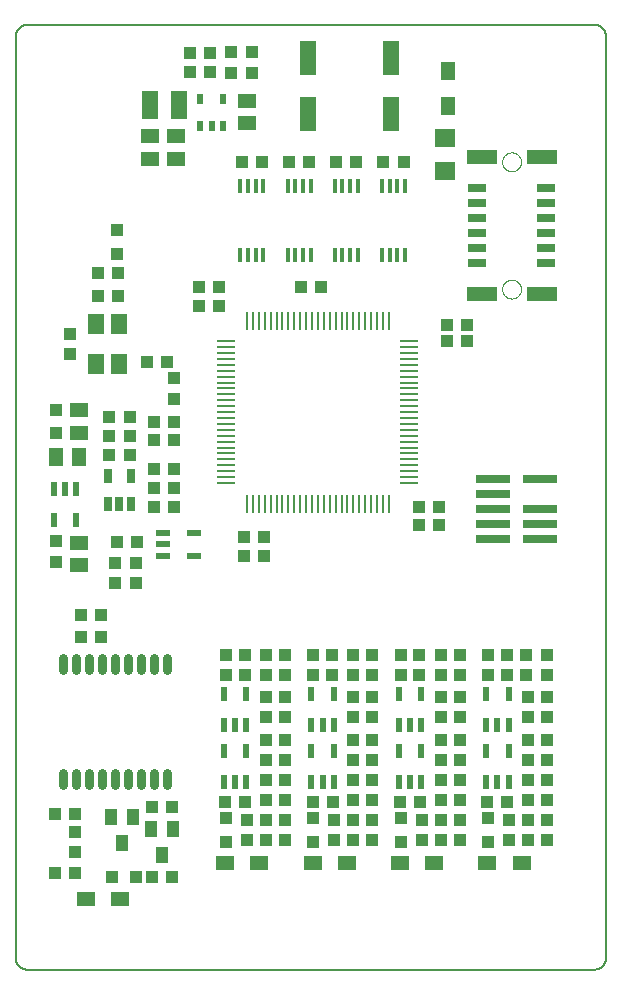
<source format=gtp>
G75*
%MOIN*%
%OFA0B0*%
%FSLAX25Y25*%
%IPPOS*%
%LPD*%
%AMOC8*
5,1,8,0,0,1.08239X$1,22.5*
%
%ADD10C,0.00500*%
%ADD11C,0.00000*%
%ADD12R,0.05906X0.03150*%
%ADD13R,0.09843X0.04724*%
%ADD14R,0.05906X0.01063*%
%ADD15R,0.01063X0.05906*%
%ADD16R,0.03937X0.04331*%
%ADD17R,0.04331X0.03937*%
%ADD18R,0.05906X0.04724*%
%ADD19R,0.03937X0.03937*%
%ADD20C,0.03150*%
%ADD21R,0.03937X0.05512*%
%ADD22R,0.02362X0.04724*%
%ADD23R,0.01378X0.04724*%
%ADD24R,0.11811X0.03150*%
%ADD25R,0.02362X0.03543*%
%ADD26R,0.05906X0.05118*%
%ADD27R,0.05512X0.09449*%
%ADD28R,0.05512X0.11811*%
%ADD29R,0.04724X0.05906*%
%ADD30R,0.07098X0.06299*%
%ADD31R,0.05118X0.05906*%
%ADD32R,0.02165X0.04724*%
%ADD33R,0.04724X0.02362*%
%ADD34R,0.05512X0.07087*%
%ADD35R,0.02756X0.04724*%
D10*
X0010859Y0008937D02*
X0010859Y0316024D01*
X0010861Y0316148D01*
X0010867Y0316271D01*
X0010876Y0316395D01*
X0010890Y0316517D01*
X0010907Y0316640D01*
X0010929Y0316762D01*
X0010954Y0316883D01*
X0010983Y0317003D01*
X0011015Y0317122D01*
X0011052Y0317241D01*
X0011092Y0317358D01*
X0011135Y0317473D01*
X0011183Y0317588D01*
X0011234Y0317700D01*
X0011288Y0317811D01*
X0011346Y0317921D01*
X0011407Y0318028D01*
X0011472Y0318134D01*
X0011540Y0318237D01*
X0011611Y0318338D01*
X0011685Y0318437D01*
X0011762Y0318534D01*
X0011843Y0318628D01*
X0011926Y0318719D01*
X0012012Y0318808D01*
X0012101Y0318894D01*
X0012192Y0318977D01*
X0012286Y0319058D01*
X0012383Y0319135D01*
X0012482Y0319209D01*
X0012583Y0319280D01*
X0012686Y0319348D01*
X0012792Y0319413D01*
X0012899Y0319474D01*
X0013009Y0319532D01*
X0013120Y0319586D01*
X0013232Y0319637D01*
X0013347Y0319685D01*
X0013462Y0319728D01*
X0013579Y0319768D01*
X0013698Y0319805D01*
X0013817Y0319837D01*
X0013937Y0319866D01*
X0014058Y0319891D01*
X0014180Y0319913D01*
X0014303Y0319930D01*
X0014425Y0319944D01*
X0014549Y0319953D01*
X0014672Y0319959D01*
X0014796Y0319961D01*
X0203772Y0319961D01*
X0203896Y0319959D01*
X0204019Y0319953D01*
X0204143Y0319944D01*
X0204265Y0319930D01*
X0204388Y0319913D01*
X0204510Y0319891D01*
X0204631Y0319866D01*
X0204751Y0319837D01*
X0204870Y0319805D01*
X0204989Y0319768D01*
X0205106Y0319728D01*
X0205221Y0319685D01*
X0205336Y0319637D01*
X0205448Y0319586D01*
X0205559Y0319532D01*
X0205669Y0319474D01*
X0205776Y0319413D01*
X0205882Y0319348D01*
X0205985Y0319280D01*
X0206086Y0319209D01*
X0206185Y0319135D01*
X0206282Y0319058D01*
X0206376Y0318977D01*
X0206467Y0318894D01*
X0206556Y0318808D01*
X0206642Y0318719D01*
X0206725Y0318628D01*
X0206806Y0318534D01*
X0206883Y0318437D01*
X0206957Y0318338D01*
X0207028Y0318237D01*
X0207096Y0318134D01*
X0207161Y0318028D01*
X0207222Y0317921D01*
X0207280Y0317811D01*
X0207334Y0317700D01*
X0207385Y0317588D01*
X0207433Y0317473D01*
X0207476Y0317358D01*
X0207516Y0317241D01*
X0207553Y0317122D01*
X0207585Y0317003D01*
X0207614Y0316883D01*
X0207639Y0316762D01*
X0207661Y0316640D01*
X0207678Y0316517D01*
X0207692Y0316395D01*
X0207701Y0316271D01*
X0207707Y0316148D01*
X0207709Y0316024D01*
X0207709Y0008937D01*
X0207707Y0008813D01*
X0207701Y0008690D01*
X0207692Y0008566D01*
X0207678Y0008444D01*
X0207661Y0008321D01*
X0207639Y0008199D01*
X0207614Y0008078D01*
X0207585Y0007958D01*
X0207553Y0007839D01*
X0207516Y0007720D01*
X0207476Y0007603D01*
X0207433Y0007488D01*
X0207385Y0007373D01*
X0207334Y0007261D01*
X0207280Y0007150D01*
X0207222Y0007040D01*
X0207161Y0006933D01*
X0207096Y0006827D01*
X0207028Y0006724D01*
X0206957Y0006623D01*
X0206883Y0006524D01*
X0206806Y0006427D01*
X0206725Y0006333D01*
X0206642Y0006242D01*
X0206556Y0006153D01*
X0206467Y0006067D01*
X0206376Y0005984D01*
X0206282Y0005903D01*
X0206185Y0005826D01*
X0206086Y0005752D01*
X0205985Y0005681D01*
X0205882Y0005613D01*
X0205776Y0005548D01*
X0205669Y0005487D01*
X0205559Y0005429D01*
X0205448Y0005375D01*
X0205336Y0005324D01*
X0205221Y0005276D01*
X0205106Y0005233D01*
X0204989Y0005193D01*
X0204870Y0005156D01*
X0204751Y0005124D01*
X0204631Y0005095D01*
X0204510Y0005070D01*
X0204388Y0005048D01*
X0204265Y0005031D01*
X0204143Y0005017D01*
X0204019Y0005008D01*
X0203896Y0005002D01*
X0203772Y0005000D01*
X0014796Y0005000D01*
X0014672Y0005002D01*
X0014549Y0005008D01*
X0014425Y0005017D01*
X0014303Y0005031D01*
X0014180Y0005048D01*
X0014058Y0005070D01*
X0013937Y0005095D01*
X0013817Y0005124D01*
X0013698Y0005156D01*
X0013579Y0005193D01*
X0013462Y0005233D01*
X0013347Y0005276D01*
X0013232Y0005324D01*
X0013120Y0005375D01*
X0013009Y0005429D01*
X0012899Y0005487D01*
X0012792Y0005548D01*
X0012686Y0005613D01*
X0012583Y0005681D01*
X0012482Y0005752D01*
X0012383Y0005826D01*
X0012286Y0005903D01*
X0012192Y0005984D01*
X0012101Y0006067D01*
X0012012Y0006153D01*
X0011926Y0006242D01*
X0011843Y0006333D01*
X0011762Y0006427D01*
X0011685Y0006524D01*
X0011611Y0006623D01*
X0011540Y0006724D01*
X0011472Y0006827D01*
X0011407Y0006933D01*
X0011346Y0007040D01*
X0011288Y0007150D01*
X0011234Y0007261D01*
X0011183Y0007373D01*
X0011135Y0007488D01*
X0011092Y0007603D01*
X0011052Y0007720D01*
X0011015Y0007839D01*
X0010983Y0007958D01*
X0010954Y0008078D01*
X0010929Y0008199D01*
X0010907Y0008321D01*
X0010890Y0008444D01*
X0010876Y0008566D01*
X0010867Y0008690D01*
X0010861Y0008813D01*
X0010859Y0008937D01*
D11*
X0173063Y0231831D02*
X0173065Y0231943D01*
X0173071Y0232054D01*
X0173081Y0232166D01*
X0173095Y0232277D01*
X0173112Y0232387D01*
X0173134Y0232497D01*
X0173160Y0232606D01*
X0173189Y0232714D01*
X0173222Y0232820D01*
X0173259Y0232926D01*
X0173300Y0233030D01*
X0173345Y0233133D01*
X0173393Y0233234D01*
X0173444Y0233333D01*
X0173499Y0233430D01*
X0173558Y0233525D01*
X0173619Y0233619D01*
X0173684Y0233710D01*
X0173753Y0233798D01*
X0173824Y0233884D01*
X0173898Y0233968D01*
X0173976Y0234048D01*
X0174056Y0234126D01*
X0174139Y0234202D01*
X0174224Y0234274D01*
X0174312Y0234343D01*
X0174402Y0234409D01*
X0174495Y0234471D01*
X0174590Y0234531D01*
X0174687Y0234587D01*
X0174785Y0234639D01*
X0174886Y0234688D01*
X0174988Y0234733D01*
X0175092Y0234775D01*
X0175197Y0234813D01*
X0175304Y0234847D01*
X0175411Y0234877D01*
X0175520Y0234904D01*
X0175629Y0234926D01*
X0175740Y0234945D01*
X0175850Y0234960D01*
X0175962Y0234971D01*
X0176073Y0234978D01*
X0176185Y0234981D01*
X0176297Y0234980D01*
X0176409Y0234975D01*
X0176520Y0234966D01*
X0176631Y0234953D01*
X0176742Y0234936D01*
X0176852Y0234916D01*
X0176961Y0234891D01*
X0177069Y0234863D01*
X0177176Y0234830D01*
X0177282Y0234794D01*
X0177386Y0234754D01*
X0177489Y0234711D01*
X0177591Y0234664D01*
X0177690Y0234613D01*
X0177788Y0234559D01*
X0177884Y0234501D01*
X0177978Y0234440D01*
X0178069Y0234376D01*
X0178158Y0234309D01*
X0178245Y0234238D01*
X0178329Y0234164D01*
X0178411Y0234088D01*
X0178489Y0234008D01*
X0178565Y0233926D01*
X0178638Y0233841D01*
X0178708Y0233754D01*
X0178774Y0233664D01*
X0178838Y0233572D01*
X0178898Y0233478D01*
X0178955Y0233382D01*
X0179008Y0233283D01*
X0179058Y0233183D01*
X0179104Y0233082D01*
X0179147Y0232978D01*
X0179186Y0232873D01*
X0179221Y0232767D01*
X0179252Y0232660D01*
X0179280Y0232551D01*
X0179303Y0232442D01*
X0179323Y0232332D01*
X0179339Y0232221D01*
X0179351Y0232110D01*
X0179359Y0231999D01*
X0179363Y0231887D01*
X0179363Y0231775D01*
X0179359Y0231663D01*
X0179351Y0231552D01*
X0179339Y0231441D01*
X0179323Y0231330D01*
X0179303Y0231220D01*
X0179280Y0231111D01*
X0179252Y0231002D01*
X0179221Y0230895D01*
X0179186Y0230789D01*
X0179147Y0230684D01*
X0179104Y0230580D01*
X0179058Y0230479D01*
X0179008Y0230379D01*
X0178955Y0230280D01*
X0178898Y0230184D01*
X0178838Y0230090D01*
X0178774Y0229998D01*
X0178708Y0229908D01*
X0178638Y0229821D01*
X0178565Y0229736D01*
X0178489Y0229654D01*
X0178411Y0229574D01*
X0178329Y0229498D01*
X0178245Y0229424D01*
X0178158Y0229353D01*
X0178069Y0229286D01*
X0177978Y0229222D01*
X0177884Y0229161D01*
X0177788Y0229103D01*
X0177690Y0229049D01*
X0177591Y0228998D01*
X0177489Y0228951D01*
X0177386Y0228908D01*
X0177282Y0228868D01*
X0177176Y0228832D01*
X0177069Y0228799D01*
X0176961Y0228771D01*
X0176852Y0228746D01*
X0176742Y0228726D01*
X0176631Y0228709D01*
X0176520Y0228696D01*
X0176409Y0228687D01*
X0176297Y0228682D01*
X0176185Y0228681D01*
X0176073Y0228684D01*
X0175962Y0228691D01*
X0175850Y0228702D01*
X0175740Y0228717D01*
X0175629Y0228736D01*
X0175520Y0228758D01*
X0175411Y0228785D01*
X0175304Y0228815D01*
X0175197Y0228849D01*
X0175092Y0228887D01*
X0174988Y0228929D01*
X0174886Y0228974D01*
X0174785Y0229023D01*
X0174687Y0229075D01*
X0174590Y0229131D01*
X0174495Y0229191D01*
X0174402Y0229253D01*
X0174312Y0229319D01*
X0174224Y0229388D01*
X0174139Y0229460D01*
X0174056Y0229536D01*
X0173976Y0229614D01*
X0173898Y0229694D01*
X0173824Y0229778D01*
X0173753Y0229864D01*
X0173684Y0229952D01*
X0173619Y0230043D01*
X0173558Y0230137D01*
X0173499Y0230232D01*
X0173444Y0230329D01*
X0173393Y0230428D01*
X0173345Y0230529D01*
X0173300Y0230632D01*
X0173259Y0230736D01*
X0173222Y0230842D01*
X0173189Y0230948D01*
X0173160Y0231056D01*
X0173134Y0231165D01*
X0173112Y0231275D01*
X0173095Y0231385D01*
X0173081Y0231496D01*
X0173071Y0231608D01*
X0173065Y0231719D01*
X0173063Y0231831D01*
X0173065Y0231943D01*
X0173071Y0232054D01*
X0173081Y0232166D01*
X0173095Y0232277D01*
X0173112Y0232387D01*
X0173134Y0232497D01*
X0173160Y0232606D01*
X0173189Y0232714D01*
X0173222Y0232820D01*
X0173259Y0232926D01*
X0173300Y0233030D01*
X0173345Y0233133D01*
X0173393Y0233234D01*
X0173444Y0233333D01*
X0173499Y0233430D01*
X0173558Y0233525D01*
X0173619Y0233619D01*
X0173684Y0233710D01*
X0173753Y0233798D01*
X0173824Y0233884D01*
X0173898Y0233968D01*
X0173976Y0234048D01*
X0174056Y0234126D01*
X0174139Y0234202D01*
X0174224Y0234274D01*
X0174312Y0234343D01*
X0174402Y0234409D01*
X0174495Y0234471D01*
X0174590Y0234531D01*
X0174687Y0234587D01*
X0174785Y0234639D01*
X0174886Y0234688D01*
X0174988Y0234733D01*
X0175092Y0234775D01*
X0175197Y0234813D01*
X0175304Y0234847D01*
X0175411Y0234877D01*
X0175520Y0234904D01*
X0175629Y0234926D01*
X0175740Y0234945D01*
X0175850Y0234960D01*
X0175962Y0234971D01*
X0176073Y0234978D01*
X0176185Y0234981D01*
X0176297Y0234980D01*
X0176409Y0234975D01*
X0176520Y0234966D01*
X0176631Y0234953D01*
X0176742Y0234936D01*
X0176852Y0234916D01*
X0176961Y0234891D01*
X0177069Y0234863D01*
X0177176Y0234830D01*
X0177282Y0234794D01*
X0177386Y0234754D01*
X0177489Y0234711D01*
X0177591Y0234664D01*
X0177690Y0234613D01*
X0177788Y0234559D01*
X0177884Y0234501D01*
X0177978Y0234440D01*
X0178069Y0234376D01*
X0178158Y0234309D01*
X0178245Y0234238D01*
X0178329Y0234164D01*
X0178411Y0234088D01*
X0178489Y0234008D01*
X0178565Y0233926D01*
X0178638Y0233841D01*
X0178708Y0233754D01*
X0178774Y0233664D01*
X0178838Y0233572D01*
X0178898Y0233478D01*
X0178955Y0233382D01*
X0179008Y0233283D01*
X0179058Y0233183D01*
X0179104Y0233082D01*
X0179147Y0232978D01*
X0179186Y0232873D01*
X0179221Y0232767D01*
X0179252Y0232660D01*
X0179280Y0232551D01*
X0179303Y0232442D01*
X0179323Y0232332D01*
X0179339Y0232221D01*
X0179351Y0232110D01*
X0179359Y0231999D01*
X0179363Y0231887D01*
X0179363Y0231775D01*
X0179359Y0231663D01*
X0179351Y0231552D01*
X0179339Y0231441D01*
X0179323Y0231330D01*
X0179303Y0231220D01*
X0179280Y0231111D01*
X0179252Y0231002D01*
X0179221Y0230895D01*
X0179186Y0230789D01*
X0179147Y0230684D01*
X0179104Y0230580D01*
X0179058Y0230479D01*
X0179008Y0230379D01*
X0178955Y0230280D01*
X0178898Y0230184D01*
X0178838Y0230090D01*
X0178774Y0229998D01*
X0178708Y0229908D01*
X0178638Y0229821D01*
X0178565Y0229736D01*
X0178489Y0229654D01*
X0178411Y0229574D01*
X0178329Y0229498D01*
X0178245Y0229424D01*
X0178158Y0229353D01*
X0178069Y0229286D01*
X0177978Y0229222D01*
X0177884Y0229161D01*
X0177788Y0229103D01*
X0177690Y0229049D01*
X0177591Y0228998D01*
X0177489Y0228951D01*
X0177386Y0228908D01*
X0177282Y0228868D01*
X0177176Y0228832D01*
X0177069Y0228799D01*
X0176961Y0228771D01*
X0176852Y0228746D01*
X0176742Y0228726D01*
X0176631Y0228709D01*
X0176520Y0228696D01*
X0176409Y0228687D01*
X0176297Y0228682D01*
X0176185Y0228681D01*
X0176073Y0228684D01*
X0175962Y0228691D01*
X0175850Y0228702D01*
X0175740Y0228717D01*
X0175629Y0228736D01*
X0175520Y0228758D01*
X0175411Y0228785D01*
X0175304Y0228815D01*
X0175197Y0228849D01*
X0175092Y0228887D01*
X0174988Y0228929D01*
X0174886Y0228974D01*
X0174785Y0229023D01*
X0174687Y0229075D01*
X0174590Y0229131D01*
X0174495Y0229191D01*
X0174402Y0229253D01*
X0174312Y0229319D01*
X0174224Y0229388D01*
X0174139Y0229460D01*
X0174056Y0229536D01*
X0173976Y0229614D01*
X0173898Y0229694D01*
X0173824Y0229778D01*
X0173753Y0229864D01*
X0173684Y0229952D01*
X0173619Y0230043D01*
X0173558Y0230137D01*
X0173499Y0230232D01*
X0173444Y0230329D01*
X0173393Y0230428D01*
X0173345Y0230529D01*
X0173300Y0230632D01*
X0173259Y0230736D01*
X0173222Y0230842D01*
X0173189Y0230948D01*
X0173160Y0231056D01*
X0173134Y0231165D01*
X0173112Y0231275D01*
X0173095Y0231385D01*
X0173081Y0231496D01*
X0173071Y0231608D01*
X0173065Y0231719D01*
X0173063Y0231831D01*
X0173063Y0274232D02*
X0173065Y0274344D01*
X0173071Y0274455D01*
X0173081Y0274567D01*
X0173095Y0274678D01*
X0173112Y0274788D01*
X0173134Y0274898D01*
X0173160Y0275007D01*
X0173189Y0275115D01*
X0173222Y0275221D01*
X0173259Y0275327D01*
X0173300Y0275431D01*
X0173345Y0275534D01*
X0173393Y0275635D01*
X0173444Y0275734D01*
X0173499Y0275831D01*
X0173558Y0275926D01*
X0173619Y0276020D01*
X0173684Y0276111D01*
X0173753Y0276199D01*
X0173824Y0276285D01*
X0173898Y0276369D01*
X0173976Y0276449D01*
X0174056Y0276527D01*
X0174139Y0276603D01*
X0174224Y0276675D01*
X0174312Y0276744D01*
X0174402Y0276810D01*
X0174495Y0276872D01*
X0174590Y0276932D01*
X0174687Y0276988D01*
X0174785Y0277040D01*
X0174886Y0277089D01*
X0174988Y0277134D01*
X0175092Y0277176D01*
X0175197Y0277214D01*
X0175304Y0277248D01*
X0175411Y0277278D01*
X0175520Y0277305D01*
X0175629Y0277327D01*
X0175740Y0277346D01*
X0175850Y0277361D01*
X0175962Y0277372D01*
X0176073Y0277379D01*
X0176185Y0277382D01*
X0176297Y0277381D01*
X0176409Y0277376D01*
X0176520Y0277367D01*
X0176631Y0277354D01*
X0176742Y0277337D01*
X0176852Y0277317D01*
X0176961Y0277292D01*
X0177069Y0277264D01*
X0177176Y0277231D01*
X0177282Y0277195D01*
X0177386Y0277155D01*
X0177489Y0277112D01*
X0177591Y0277065D01*
X0177690Y0277014D01*
X0177788Y0276960D01*
X0177884Y0276902D01*
X0177978Y0276841D01*
X0178069Y0276777D01*
X0178158Y0276710D01*
X0178245Y0276639D01*
X0178329Y0276565D01*
X0178411Y0276489D01*
X0178489Y0276409D01*
X0178565Y0276327D01*
X0178638Y0276242D01*
X0178708Y0276155D01*
X0178774Y0276065D01*
X0178838Y0275973D01*
X0178898Y0275879D01*
X0178955Y0275783D01*
X0179008Y0275684D01*
X0179058Y0275584D01*
X0179104Y0275483D01*
X0179147Y0275379D01*
X0179186Y0275274D01*
X0179221Y0275168D01*
X0179252Y0275061D01*
X0179280Y0274952D01*
X0179303Y0274843D01*
X0179323Y0274733D01*
X0179339Y0274622D01*
X0179351Y0274511D01*
X0179359Y0274400D01*
X0179363Y0274288D01*
X0179363Y0274176D01*
X0179359Y0274064D01*
X0179351Y0273953D01*
X0179339Y0273842D01*
X0179323Y0273731D01*
X0179303Y0273621D01*
X0179280Y0273512D01*
X0179252Y0273403D01*
X0179221Y0273296D01*
X0179186Y0273190D01*
X0179147Y0273085D01*
X0179104Y0272981D01*
X0179058Y0272880D01*
X0179008Y0272780D01*
X0178955Y0272681D01*
X0178898Y0272585D01*
X0178838Y0272491D01*
X0178774Y0272399D01*
X0178708Y0272309D01*
X0178638Y0272222D01*
X0178565Y0272137D01*
X0178489Y0272055D01*
X0178411Y0271975D01*
X0178329Y0271899D01*
X0178245Y0271825D01*
X0178158Y0271754D01*
X0178069Y0271687D01*
X0177978Y0271623D01*
X0177884Y0271562D01*
X0177788Y0271504D01*
X0177690Y0271450D01*
X0177591Y0271399D01*
X0177489Y0271352D01*
X0177386Y0271309D01*
X0177282Y0271269D01*
X0177176Y0271233D01*
X0177069Y0271200D01*
X0176961Y0271172D01*
X0176852Y0271147D01*
X0176742Y0271127D01*
X0176631Y0271110D01*
X0176520Y0271097D01*
X0176409Y0271088D01*
X0176297Y0271083D01*
X0176185Y0271082D01*
X0176073Y0271085D01*
X0175962Y0271092D01*
X0175850Y0271103D01*
X0175740Y0271118D01*
X0175629Y0271137D01*
X0175520Y0271159D01*
X0175411Y0271186D01*
X0175304Y0271216D01*
X0175197Y0271250D01*
X0175092Y0271288D01*
X0174988Y0271330D01*
X0174886Y0271375D01*
X0174785Y0271424D01*
X0174687Y0271476D01*
X0174590Y0271532D01*
X0174495Y0271592D01*
X0174402Y0271654D01*
X0174312Y0271720D01*
X0174224Y0271789D01*
X0174139Y0271861D01*
X0174056Y0271937D01*
X0173976Y0272015D01*
X0173898Y0272095D01*
X0173824Y0272179D01*
X0173753Y0272265D01*
X0173684Y0272353D01*
X0173619Y0272444D01*
X0173558Y0272538D01*
X0173499Y0272633D01*
X0173444Y0272730D01*
X0173393Y0272829D01*
X0173345Y0272930D01*
X0173300Y0273033D01*
X0173259Y0273137D01*
X0173222Y0273243D01*
X0173189Y0273349D01*
X0173160Y0273457D01*
X0173134Y0273566D01*
X0173112Y0273676D01*
X0173095Y0273786D01*
X0173081Y0273897D01*
X0173071Y0274009D01*
X0173065Y0274120D01*
X0173063Y0274232D01*
X0173065Y0274344D01*
X0173071Y0274455D01*
X0173081Y0274567D01*
X0173095Y0274678D01*
X0173112Y0274788D01*
X0173134Y0274898D01*
X0173160Y0275007D01*
X0173189Y0275115D01*
X0173222Y0275221D01*
X0173259Y0275327D01*
X0173300Y0275431D01*
X0173345Y0275534D01*
X0173393Y0275635D01*
X0173444Y0275734D01*
X0173499Y0275831D01*
X0173558Y0275926D01*
X0173619Y0276020D01*
X0173684Y0276111D01*
X0173753Y0276199D01*
X0173824Y0276285D01*
X0173898Y0276369D01*
X0173976Y0276449D01*
X0174056Y0276527D01*
X0174139Y0276603D01*
X0174224Y0276675D01*
X0174312Y0276744D01*
X0174402Y0276810D01*
X0174495Y0276872D01*
X0174590Y0276932D01*
X0174687Y0276988D01*
X0174785Y0277040D01*
X0174886Y0277089D01*
X0174988Y0277134D01*
X0175092Y0277176D01*
X0175197Y0277214D01*
X0175304Y0277248D01*
X0175411Y0277278D01*
X0175520Y0277305D01*
X0175629Y0277327D01*
X0175740Y0277346D01*
X0175850Y0277361D01*
X0175962Y0277372D01*
X0176073Y0277379D01*
X0176185Y0277382D01*
X0176297Y0277381D01*
X0176409Y0277376D01*
X0176520Y0277367D01*
X0176631Y0277354D01*
X0176742Y0277337D01*
X0176852Y0277317D01*
X0176961Y0277292D01*
X0177069Y0277264D01*
X0177176Y0277231D01*
X0177282Y0277195D01*
X0177386Y0277155D01*
X0177489Y0277112D01*
X0177591Y0277065D01*
X0177690Y0277014D01*
X0177788Y0276960D01*
X0177884Y0276902D01*
X0177978Y0276841D01*
X0178069Y0276777D01*
X0178158Y0276710D01*
X0178245Y0276639D01*
X0178329Y0276565D01*
X0178411Y0276489D01*
X0178489Y0276409D01*
X0178565Y0276327D01*
X0178638Y0276242D01*
X0178708Y0276155D01*
X0178774Y0276065D01*
X0178838Y0275973D01*
X0178898Y0275879D01*
X0178955Y0275783D01*
X0179008Y0275684D01*
X0179058Y0275584D01*
X0179104Y0275483D01*
X0179147Y0275379D01*
X0179186Y0275274D01*
X0179221Y0275168D01*
X0179252Y0275061D01*
X0179280Y0274952D01*
X0179303Y0274843D01*
X0179323Y0274733D01*
X0179339Y0274622D01*
X0179351Y0274511D01*
X0179359Y0274400D01*
X0179363Y0274288D01*
X0179363Y0274176D01*
X0179359Y0274064D01*
X0179351Y0273953D01*
X0179339Y0273842D01*
X0179323Y0273731D01*
X0179303Y0273621D01*
X0179280Y0273512D01*
X0179252Y0273403D01*
X0179221Y0273296D01*
X0179186Y0273190D01*
X0179147Y0273085D01*
X0179104Y0272981D01*
X0179058Y0272880D01*
X0179008Y0272780D01*
X0178955Y0272681D01*
X0178898Y0272585D01*
X0178838Y0272491D01*
X0178774Y0272399D01*
X0178708Y0272309D01*
X0178638Y0272222D01*
X0178565Y0272137D01*
X0178489Y0272055D01*
X0178411Y0271975D01*
X0178329Y0271899D01*
X0178245Y0271825D01*
X0178158Y0271754D01*
X0178069Y0271687D01*
X0177978Y0271623D01*
X0177884Y0271562D01*
X0177788Y0271504D01*
X0177690Y0271450D01*
X0177591Y0271399D01*
X0177489Y0271352D01*
X0177386Y0271309D01*
X0177282Y0271269D01*
X0177176Y0271233D01*
X0177069Y0271200D01*
X0176961Y0271172D01*
X0176852Y0271147D01*
X0176742Y0271127D01*
X0176631Y0271110D01*
X0176520Y0271097D01*
X0176409Y0271088D01*
X0176297Y0271083D01*
X0176185Y0271082D01*
X0176073Y0271085D01*
X0175962Y0271092D01*
X0175850Y0271103D01*
X0175740Y0271118D01*
X0175629Y0271137D01*
X0175520Y0271159D01*
X0175411Y0271186D01*
X0175304Y0271216D01*
X0175197Y0271250D01*
X0175092Y0271288D01*
X0174988Y0271330D01*
X0174886Y0271375D01*
X0174785Y0271424D01*
X0174687Y0271476D01*
X0174590Y0271532D01*
X0174495Y0271592D01*
X0174402Y0271654D01*
X0174312Y0271720D01*
X0174224Y0271789D01*
X0174139Y0271861D01*
X0174056Y0271937D01*
X0173976Y0272015D01*
X0173898Y0272095D01*
X0173824Y0272179D01*
X0173753Y0272265D01*
X0173684Y0272353D01*
X0173619Y0272444D01*
X0173558Y0272538D01*
X0173499Y0272633D01*
X0173444Y0272730D01*
X0173393Y0272829D01*
X0173345Y0272930D01*
X0173300Y0273033D01*
X0173259Y0273137D01*
X0173222Y0273243D01*
X0173189Y0273349D01*
X0173160Y0273457D01*
X0173134Y0273566D01*
X0173112Y0273676D01*
X0173095Y0273786D01*
X0173081Y0273897D01*
X0173071Y0274009D01*
X0173065Y0274120D01*
X0173063Y0274232D01*
D12*
X0164599Y0265492D03*
X0164599Y0260492D03*
X0164599Y0255492D03*
X0164599Y0250492D03*
X0164599Y0245492D03*
X0164599Y0240492D03*
X0187827Y0240492D03*
X0187827Y0245492D03*
X0187827Y0250492D03*
X0187827Y0255492D03*
X0187827Y0260492D03*
X0187827Y0265492D03*
D13*
X0186252Y0275866D03*
X0166174Y0275866D03*
X0166174Y0230197D03*
X0186252Y0230197D03*
D14*
X0142158Y0214449D03*
X0142158Y0212480D03*
X0142158Y0210512D03*
X0142158Y0208543D03*
X0142158Y0206575D03*
X0142158Y0204606D03*
X0142158Y0202638D03*
X0142158Y0200669D03*
X0142158Y0198701D03*
X0142158Y0196732D03*
X0142158Y0194764D03*
X0142158Y0192795D03*
X0142158Y0190827D03*
X0142158Y0188858D03*
X0142158Y0186890D03*
X0142158Y0184921D03*
X0142158Y0182953D03*
X0142158Y0180984D03*
X0142158Y0179016D03*
X0142158Y0177047D03*
X0142158Y0175079D03*
X0142158Y0173110D03*
X0142158Y0171142D03*
X0142158Y0169173D03*
X0142158Y0167205D03*
X0081134Y0167205D03*
X0081134Y0169173D03*
X0081134Y0171142D03*
X0081134Y0173110D03*
X0081134Y0175079D03*
X0081134Y0177047D03*
X0081134Y0179016D03*
X0081134Y0180984D03*
X0081134Y0182953D03*
X0081134Y0184921D03*
X0081134Y0186890D03*
X0081134Y0188858D03*
X0081134Y0190827D03*
X0081134Y0192795D03*
X0081134Y0194764D03*
X0081134Y0196732D03*
X0081134Y0198701D03*
X0081134Y0200669D03*
X0081134Y0202638D03*
X0081134Y0204606D03*
X0081134Y0206575D03*
X0081134Y0208543D03*
X0081134Y0210512D03*
X0081134Y0212480D03*
X0081134Y0214449D03*
D15*
X0088024Y0221339D03*
X0089993Y0221339D03*
X0091961Y0221339D03*
X0093930Y0221339D03*
X0095898Y0221339D03*
X0097867Y0221339D03*
X0099835Y0221339D03*
X0101804Y0221339D03*
X0103772Y0221339D03*
X0105741Y0221339D03*
X0107709Y0221339D03*
X0109678Y0221339D03*
X0111646Y0221339D03*
X0113615Y0221339D03*
X0115583Y0221339D03*
X0117552Y0221339D03*
X0119520Y0221339D03*
X0121489Y0221339D03*
X0123457Y0221339D03*
X0125426Y0221339D03*
X0127394Y0221339D03*
X0129363Y0221339D03*
X0131331Y0221339D03*
X0133300Y0221339D03*
X0135268Y0221339D03*
X0135268Y0160315D03*
X0133300Y0160315D03*
X0131331Y0160315D03*
X0129363Y0160315D03*
X0127394Y0160315D03*
X0125426Y0160315D03*
X0123457Y0160315D03*
X0121489Y0160315D03*
X0119520Y0160315D03*
X0117552Y0160315D03*
X0115583Y0160315D03*
X0113615Y0160315D03*
X0111646Y0160315D03*
X0109678Y0160315D03*
X0107709Y0160315D03*
X0105741Y0160315D03*
X0103772Y0160315D03*
X0101804Y0160315D03*
X0099835Y0160315D03*
X0097867Y0160315D03*
X0095898Y0160315D03*
X0093930Y0160315D03*
X0091961Y0160315D03*
X0089993Y0160315D03*
X0088024Y0160315D03*
D16*
X0063812Y0187677D03*
X0057119Y0187677D03*
X0051213Y0147520D03*
X0051016Y0140630D03*
X0051016Y0133937D03*
X0044520Y0147520D03*
X0024245Y0147717D03*
X0024245Y0141024D03*
X0056331Y0059331D03*
X0063024Y0059331D03*
X0063024Y0035709D03*
X0056331Y0035709D03*
X0088024Y0048110D03*
X0088024Y0054803D03*
X0100623Y0054803D03*
X0100623Y0048110D03*
X0117158Y0048110D03*
X0117158Y0054803D03*
X0129756Y0054803D03*
X0129756Y0048110D03*
X0146292Y0048110D03*
X0146292Y0054803D03*
X0158890Y0054803D03*
X0158890Y0048110D03*
X0175426Y0048110D03*
X0175426Y0054803D03*
X0188024Y0054803D03*
X0188024Y0048110D03*
X0181725Y0089055D03*
X0181725Y0095748D03*
X0188024Y0103228D03*
X0188024Y0109921D03*
X0168339Y0109921D03*
X0168339Y0103228D03*
X0158890Y0103228D03*
X0158890Y0109921D03*
X0152591Y0095748D03*
X0152591Y0089055D03*
X0139205Y0103228D03*
X0139205Y0109921D03*
X0129756Y0109921D03*
X0129756Y0103228D03*
X0123457Y0095748D03*
X0123457Y0089055D03*
X0110071Y0103228D03*
X0110071Y0109921D03*
X0100623Y0109921D03*
X0100623Y0103228D03*
X0094323Y0095748D03*
X0094323Y0089055D03*
X0080938Y0103228D03*
X0080938Y0109921D03*
X0105937Y0232559D03*
X0112630Y0232559D03*
X0089599Y0304016D03*
X0089599Y0310709D03*
X0075623Y0304213D03*
X0068930Y0304213D03*
D17*
X0068930Y0310512D03*
X0075623Y0310512D03*
X0082512Y0310709D03*
X0082512Y0304016D03*
X0086252Y0274291D03*
X0092945Y0274291D03*
X0102000Y0274291D03*
X0108693Y0274291D03*
X0117749Y0274291D03*
X0124441Y0274291D03*
X0133497Y0274291D03*
X0140189Y0274291D03*
X0154756Y0219961D03*
X0154756Y0214449D03*
X0161449Y0214449D03*
X0161449Y0219961D03*
X0152000Y0159331D03*
X0152000Y0153031D03*
X0145308Y0153031D03*
X0145308Y0159331D03*
X0145504Y0109921D03*
X0145504Y0103228D03*
X0152591Y0103228D03*
X0152591Y0109921D03*
X0158890Y0095748D03*
X0158890Y0089055D03*
X0158890Y0081575D03*
X0152591Y0081575D03*
X0152591Y0074882D03*
X0152591Y0068189D03*
X0152591Y0061496D03*
X0152591Y0054803D03*
X0152591Y0048110D03*
X0145701Y0060906D03*
X0139008Y0060906D03*
X0129756Y0061496D03*
X0129756Y0068189D03*
X0129756Y0074882D03*
X0123457Y0074882D03*
X0123457Y0068189D03*
X0123457Y0061496D03*
X0123457Y0054803D03*
X0123457Y0048110D03*
X0116567Y0060906D03*
X0109875Y0060906D03*
X0100623Y0061496D03*
X0100623Y0068189D03*
X0100623Y0074882D03*
X0094323Y0074882D03*
X0094323Y0068189D03*
X0094323Y0061496D03*
X0094323Y0054803D03*
X0094323Y0048110D03*
X0087434Y0060906D03*
X0080741Y0060906D03*
X0094323Y0081575D03*
X0100623Y0081575D03*
X0100623Y0089055D03*
X0100623Y0095748D03*
X0094323Y0103228D03*
X0094323Y0109921D03*
X0087237Y0109921D03*
X0087237Y0103228D03*
X0087040Y0142795D03*
X0087040Y0149094D03*
X0093733Y0149094D03*
X0093733Y0142795D03*
X0116371Y0109921D03*
X0116371Y0103228D03*
X0123457Y0103228D03*
X0123457Y0109921D03*
X0129756Y0095748D03*
X0129756Y0089055D03*
X0129756Y0081575D03*
X0123457Y0081575D03*
X0158890Y0074882D03*
X0158890Y0068189D03*
X0158890Y0061496D03*
X0168142Y0060906D03*
X0174835Y0060906D03*
X0181725Y0061496D03*
X0181725Y0054803D03*
X0181725Y0048110D03*
X0188024Y0061496D03*
X0188024Y0068189D03*
X0188024Y0074882D03*
X0181725Y0074882D03*
X0181725Y0068189D03*
X0181725Y0081575D03*
X0188024Y0081575D03*
X0188024Y0089055D03*
X0188024Y0095748D03*
X0180937Y0103228D03*
X0180937Y0109921D03*
X0174638Y0109921D03*
X0174638Y0103228D03*
X0078772Y0226260D03*
X0078772Y0232559D03*
X0072079Y0232559D03*
X0072079Y0226260D03*
X0061449Y0207362D03*
X0063615Y0202047D03*
X0063615Y0195354D03*
X0063812Y0181378D03*
X0057119Y0181378D03*
X0057119Y0171929D03*
X0057119Y0165630D03*
X0057119Y0159331D03*
X0063812Y0159331D03*
X0063812Y0165630D03*
X0063812Y0171929D03*
X0048851Y0176654D03*
X0048851Y0182953D03*
X0048851Y0189252D03*
X0042158Y0189252D03*
X0042158Y0182953D03*
X0042158Y0176654D03*
X0054756Y0207362D03*
X0044914Y0229409D03*
X0044914Y0237283D03*
X0038221Y0237283D03*
X0038221Y0229409D03*
X0028969Y0217008D03*
X0028969Y0210315D03*
X0043930Y0140630D03*
X0043930Y0133937D03*
X0039402Y0123110D03*
X0039402Y0116024D03*
X0032709Y0116024D03*
X0032709Y0123110D03*
X0030741Y0056969D03*
X0030544Y0050866D03*
X0030544Y0044173D03*
X0030741Y0037283D03*
X0024048Y0037283D03*
X0024048Y0056969D03*
D18*
X0034284Y0028622D03*
X0045701Y0028622D03*
X0080741Y0040433D03*
X0092158Y0040433D03*
X0109875Y0040433D03*
X0121292Y0040433D03*
X0139008Y0040433D03*
X0150426Y0040433D03*
X0168142Y0040433D03*
X0179560Y0040433D03*
D19*
X0168339Y0047520D03*
X0168339Y0055394D03*
X0139205Y0055394D03*
X0139205Y0047520D03*
X0110071Y0047520D03*
X0110071Y0055394D03*
X0080938Y0055394D03*
X0080938Y0047520D03*
X0051016Y0035709D03*
X0043142Y0035709D03*
X0024245Y0183740D03*
X0024245Y0191614D03*
X0044717Y0243583D03*
X0044717Y0251457D03*
D20*
X0043930Y0108740D02*
X0043930Y0104804D01*
X0048260Y0104804D02*
X0048260Y0108740D01*
X0052591Y0108740D02*
X0052591Y0104804D01*
X0056922Y0104804D02*
X0056922Y0108740D01*
X0061252Y0108740D02*
X0061252Y0104804D01*
X0039599Y0104804D02*
X0039599Y0108740D01*
X0035268Y0108740D02*
X0035268Y0104804D01*
X0030937Y0104804D02*
X0030937Y0108740D01*
X0026607Y0108740D02*
X0026607Y0104804D01*
X0026607Y0070551D02*
X0026607Y0066615D01*
X0030937Y0066615D02*
X0030937Y0070551D01*
X0035268Y0070551D02*
X0035268Y0066615D01*
X0039599Y0066615D02*
X0039599Y0070551D01*
X0043930Y0070551D02*
X0043930Y0066615D01*
X0048260Y0066615D02*
X0048260Y0070551D01*
X0052591Y0070551D02*
X0052591Y0066615D01*
X0056922Y0066615D02*
X0056922Y0070551D01*
X0061252Y0070551D02*
X0061252Y0066615D01*
D21*
X0063418Y0051850D03*
X0059678Y0043189D03*
X0055937Y0051850D03*
X0050032Y0055787D03*
X0042552Y0055787D03*
X0046292Y0047126D03*
D22*
X0080347Y0067575D03*
X0084087Y0067575D03*
X0087827Y0067575D03*
X0087827Y0077858D03*
X0087827Y0086472D03*
X0084087Y0086472D03*
X0080347Y0086472D03*
X0080347Y0077858D03*
X0080347Y0096756D03*
X0087827Y0096756D03*
X0109481Y0096756D03*
X0116961Y0096756D03*
X0116961Y0086472D03*
X0113221Y0086472D03*
X0109481Y0086472D03*
X0109481Y0077858D03*
X0116961Y0077858D03*
X0116961Y0067575D03*
X0113221Y0067575D03*
X0109481Y0067575D03*
X0138615Y0067575D03*
X0142355Y0067575D03*
X0146095Y0067575D03*
X0146095Y0077858D03*
X0138615Y0077858D03*
X0138615Y0086472D03*
X0142355Y0086472D03*
X0146095Y0086472D03*
X0146095Y0096756D03*
X0138615Y0096756D03*
X0167749Y0096756D03*
X0167749Y0086472D03*
X0171489Y0086472D03*
X0175229Y0086472D03*
X0175229Y0077858D03*
X0175229Y0067575D03*
X0171489Y0067575D03*
X0167749Y0067575D03*
X0167749Y0077858D03*
X0175229Y0096756D03*
D23*
X0140682Y0243091D03*
X0138123Y0243091D03*
X0135563Y0243091D03*
X0133004Y0243091D03*
X0124934Y0243091D03*
X0122375Y0243091D03*
X0119815Y0243091D03*
X0117256Y0243091D03*
X0109186Y0243091D03*
X0106626Y0243091D03*
X0104067Y0243091D03*
X0101508Y0243091D03*
X0093437Y0243091D03*
X0090878Y0243091D03*
X0088319Y0243091D03*
X0085760Y0243091D03*
X0085760Y0266122D03*
X0088319Y0266122D03*
X0090878Y0266122D03*
X0093437Y0266122D03*
X0101508Y0266122D03*
X0104067Y0266122D03*
X0106626Y0266122D03*
X0109186Y0266122D03*
X0117256Y0266122D03*
X0119815Y0266122D03*
X0122375Y0266122D03*
X0124934Y0266122D03*
X0133004Y0266122D03*
X0135563Y0266122D03*
X0138123Y0266122D03*
X0140682Y0266122D03*
D24*
X0169914Y0168543D03*
X0169914Y0163543D03*
X0169914Y0158543D03*
X0169914Y0153543D03*
X0169914Y0148543D03*
X0185662Y0148543D03*
X0185662Y0153543D03*
X0185662Y0158543D03*
X0185662Y0168543D03*
D25*
X0079953Y0286299D03*
X0076213Y0286299D03*
X0072473Y0286299D03*
X0072473Y0295354D03*
X0079953Y0295354D03*
D26*
X0088024Y0294567D03*
X0088024Y0287087D03*
X0064402Y0282756D03*
X0064402Y0275276D03*
X0055741Y0275276D03*
X0055741Y0282756D03*
X0032119Y0191417D03*
X0032119Y0183937D03*
X0032119Y0147323D03*
X0032119Y0139843D03*
D27*
X0055741Y0293189D03*
X0065189Y0293189D03*
D28*
X0108497Y0290039D03*
X0108497Y0308937D03*
X0136056Y0308937D03*
X0136056Y0290039D03*
D29*
X0154953Y0292992D03*
X0154953Y0304409D03*
D30*
X0154166Y0282252D03*
X0154166Y0271055D03*
D31*
X0031922Y0175866D03*
X0024441Y0175866D03*
D32*
X0023654Y0165236D03*
X0027394Y0165236D03*
X0031134Y0165236D03*
X0031134Y0155000D03*
X0023654Y0155000D03*
D33*
X0060048Y0150472D03*
X0060048Y0146732D03*
X0060048Y0142992D03*
X0070331Y0142992D03*
X0070331Y0150472D03*
D34*
X0045504Y0206969D03*
X0037630Y0206969D03*
X0037630Y0220354D03*
X0045504Y0220354D03*
D35*
X0041764Y0169370D03*
X0041764Y0160315D03*
X0045504Y0160315D03*
X0049245Y0160315D03*
X0049245Y0169370D03*
M02*

</source>
